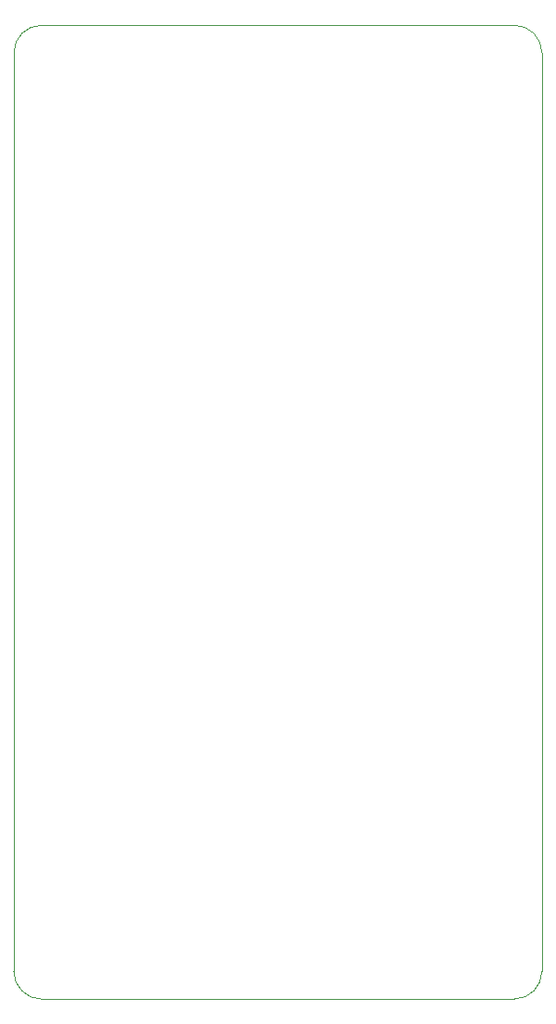
<source format=gbr>
%TF.GenerationSoftware,KiCad,Pcbnew,7.0.10-7.0.10~ubuntu22.04.1*%
%TF.CreationDate,2024-01-30T10:17:11-05:00*%
%TF.ProjectId,ladcp_star_circuit,6c616463-705f-4737-9461-725f63697263,1.0.0*%
%TF.SameCoordinates,Original*%
%TF.FileFunction,Profile,NP*%
%FSLAX46Y46*%
G04 Gerber Fmt 4.6, Leading zero omitted, Abs format (unit mm)*
G04 Created by KiCad (PCBNEW 7.0.10-7.0.10~ubuntu22.04.1) date 2024-01-30 10:17:11*
%MOMM*%
%LPD*%
G01*
G04 APERTURE LIST*
%TA.AperFunction,Profile*%
%ADD10C,0.100000*%
%TD*%
G04 APERTURE END LIST*
D10*
X111760000Y-129540000D02*
X111760000Y-45720000D01*
X114300000Y-43180000D02*
X157480000Y-43180000D01*
X160020000Y-45720000D02*
X160020000Y-129540000D01*
X157480000Y-132080000D02*
X114300000Y-132080000D01*
X114300000Y-43180000D02*
G75*
G03*
X111760000Y-45720000I0J-2540000D01*
G01*
X111760000Y-129540000D02*
G75*
G03*
X114300000Y-132080000I2540000J0D01*
G01*
X157480000Y-132080000D02*
G75*
G03*
X160020000Y-129540000I0J2540000D01*
G01*
X160020000Y-45720000D02*
G75*
G03*
X157480000Y-43180000I-2540000J0D01*
G01*
M02*

</source>
